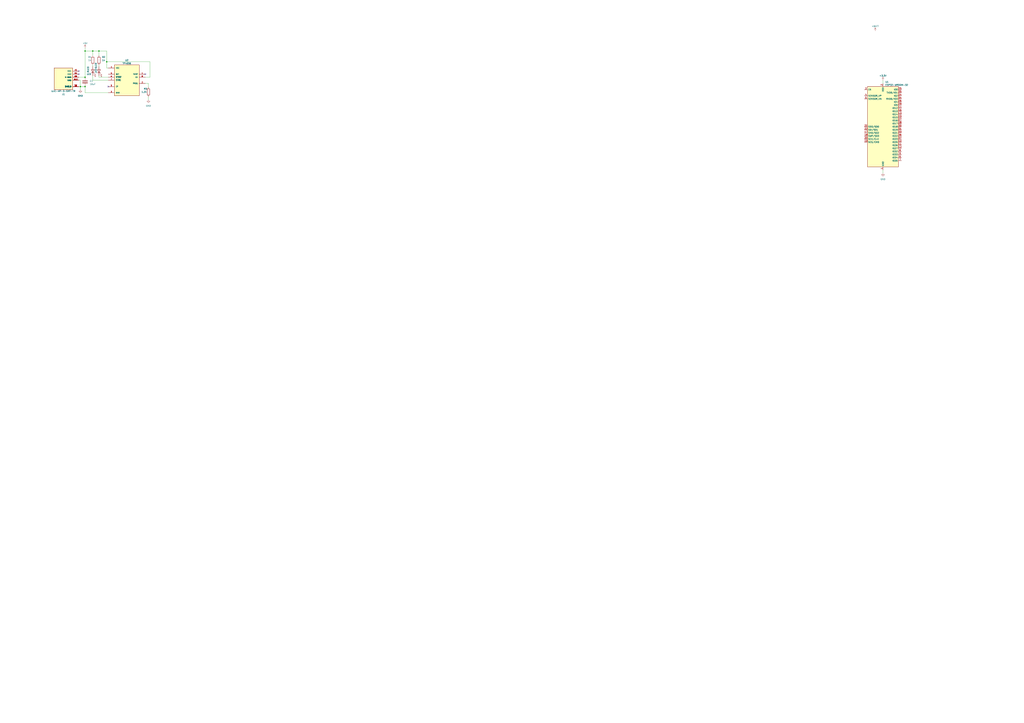
<source format=kicad_sch>
(kicad_sch (version 20230121) (generator eeschema)
  (paper "A1")
  (lib_symbols
    (symbol "Device:C" (pin_numbers hide) (pin_names (offset 0.254))
      (property "Reference" "C" (at 0.635 2.54 0))
      (property "Value" "C" (at 0.635 -2.54 0))
      (symbol "C_0_1"
        (polyline (pts (xy -2.032 -0.762) (xy 2.032 -0.762)) (stroke (width 0.508)))
        (polyline (pts (xy -2.032 0.762) (xy 2.032 0.762)) (stroke (width 0.508)))
      )
      (symbol "C_1_1"
        (pin passive line (at 0 3.81 270) (length 2.794) (name "~") (number "1"))
        (pin passive line (at 0 -3.81 90) (length 2.794) (name "~") (number "2"))
      )
    )
    (symbol "Device:LED" (pin_numbers hide) (pin_names (offset 1.016) hide)
      (property "Reference" "D" (at 0 2.54 0))
      (property "Value" "LED" (at 0 -2.54 0))
      (symbol "LED_0_1"
        (polyline (pts (xy -1.27 -1.27) (xy -1.27 1.27)) (stroke (width 0.254)))
        (polyline (pts (xy -1.27 0) (xy 1.27 0)))
        (polyline (pts (xy 1.27 -1.27) (xy 1.27 1.27) (xy -1.27 0) (xy 1.27 -1.27)) (stroke (width 0.254)))
        (polyline (pts (xy -3.048 -0.762) (xy -4.572 -2.286) (xy -3.81 -2.286) (xy -4.572 -2.286) (xy -4.572 -1.524)))
        (polyline (pts (xy -1.778 -0.762) (xy -3.302 -2.286) (xy -2.54 -2.286) (xy -3.302 -2.286) (xy -3.302 -1.524)))
      )
      (symbol "LED_1_1"
        (pin passive line (at -3.81 0 0) (length 2.54) (name "K") (number "1"))
        (pin passive line (at 3.81 0 180) (length 2.54) (name "A") (number "2"))
      )
    )
    (symbol "Device:R" (pin_numbers hide) (pin_names (offset 0))
      (property "Reference" "R" (at 2.032 0 90))
      (property "Value" "R" (at 0 0 90))
      (symbol "R_0_1"
        (rectangle (start -1.016 -2.54) (end 1.016 2.54) (stroke (width 0.254)))
      )
      (symbol "R_1_1"
        (pin passive line (at 0 3.81 270) (length 1.27) (name "~") (number "1"))
        (pin passive line (at 0 -3.81 90) (length 1.27) (name "~") (number "2"))
      )
    )
    (symbol "RF_Module:ESP32-WROOM-32"
      (property "Reference" "U" (at -12.7 34.29 0))
      (property "Value" "ESP32-WROOM-32" (at 1.27 34.29 0))
      (symbol "ESP32-WROOM-32_0_1"
        (rectangle (start -12.7 33.02) (end 12.7 -33.02) (stroke (width 0.254)) (fill (type background)))
      )
      (symbol "ESP32-WROOM-32_1_1"
        (pin power_in line (at 0 -35.56 90) (length 2.54) (name "GND") (number "1"))
        (pin bidirectional line (at 15.24 -12.7 180) (length 2.54) (name "IO25") (number "10"))
        (pin bidirectional line (at 15.24 -15.24 180) (length 2.54) (name "IO26") (number "11"))
        (pin bidirectional line (at 15.24 -17.78 180) (length 2.54) (name "IO27") (number "12"))
        (pin bidirectional line (at 15.24 10.16 180) (length 2.54) (name "IO14") (number "13"))
        (pin bidirectional line (at 15.24 15.24 180) (length 2.54) (name "IO12") (number "14"))
        (pin passive line (at 0 -35.56 90) (length 2.54) hide (name "GND") (number "15"))
        (pin bidirectional line (at 15.24 12.7 180) (length 2.54) (name "IO13") (number "16"))
        (pin bidirectional line (at -15.24 -5.08 0) (length 2.54) (name "SHD/SD2") (number "17"))
        (pin bidirectional line (at -15.24 -7.62 0) (length 2.54) (name "SWP/SD3") (number "18"))
        (pin bidirectional line (at -15.24 -12.7 0) (length 2.54) (name "SCS/CMD") (number "19"))
        (pin power_in line (at 0 35.56 270) (length 2.54) (name "VDD") (number "2"))
        (pin bidirectional line (at -15.24 -10.16 0) (length 2.54) (name "SCK/CLK") (number "20"))
        (pin bidirectional line (at -15.24 0 0) (length 2.54) (name "SDO/SD0") (number "21"))
        (pin bidirectional line (at -15.24 -2.54 0) (length 2.54) (name "SDI/SD1") (number "22"))
        (pin bidirectional line (at 15.24 7.62 180) (length 2.54) (name "IO15") (number "23"))
        (pin bidirectional line (at 15.24 25.4 180) (length 2.54) (name "IO2") (number "24"))
        (pin bidirectional line (at 15.24 30.48 180) (length 2.54) (name "IO0") (number "25"))
        (pin bidirectional line (at 15.24 20.32 180) (length 2.54) (name "IO4") (number "26"))
        (pin bidirectional line (at 15.24 5.08 180) (length 2.54) (name "IO16") (number "27"))
        (pin bidirectional line (at 15.24 2.54 180) (length 2.54) (name "IO17") (number "28"))
        (pin bidirectional line (at 15.24 17.78 180) (length 2.54) (name "IO5") (number "29"))
        (pin input line (at -15.24 30.48 0) (length 2.54) (name "EN") (number "3"))
        (pin bidirectional line (at 15.24 0 180) (length 2.54) (name "IO18") (number "30"))
        (pin bidirectional line (at 15.24 -2.54 180) (length 2.54) (name "IO19") (number "31"))
        (pin no_connect line (at -12.7 -27.94 0) (length 2.54) hide (name "NC") (number "32"))
        (pin bidirectional line (at 15.24 -5.08 180) (length 2.54) (name "IO21") (number "33"))
        (pin bidirectional line (at 15.24 22.86 180) (length 2.54) (name "RXD0/IO3") (number "34"))
        (pin bidirectional line (at 15.24 27.94 180) (length 2.54) (name "TXD0/IO1") (number "35"))
        (pin bidirectional line (at 15.24 -7.62 180) (length 2.54) (name "IO22") (number "36"))
        (pin bidirectional line (at 15.24 -10.16 180) (length 2.54) (name "IO23") (number "37"))
        (pin passive line (at 0 -35.56 90) (length 2.54) hide (name "GND") (number "38"))
        (pin passive line (at 0 -35.56 90) (length 2.54) hide (name "GND") (number "39"))
        (pin input line (at -15.24 25.4 0) (length 2.54) (name "SENSOR_VP") (number "4"))
        (pin input line (at -15.24 22.86 0) (length 2.54) (name "SENSOR_VN") (number "5"))
        (pin input line (at 15.24 -25.4 180) (length 2.54) (name "IO34") (number "6"))
        (pin input line (at 15.24 -27.94 180) (length 2.54) (name "IO35") (number "7"))
        (pin bidirectional line (at 15.24 -20.32 180) (length 2.54) (name "IO32") (number "8"))
        (pin bidirectional line (at 15.24 -22.86 180) (length 2.54) (name "IO33") (number "9"))
      )
    )
    (symbol "TP4056:TP4056" (pin_names (offset 1.016))
      (property "Reference" "U" (at -10.16 13.208 0))
      (property "Value" "TP4056" (at -10.16 -15.24 0))
      (symbol "TP4056_0_0"
        (rectangle (start -10.16 -12.7) (end 10.16 12.7) (stroke (width 0.254)) (fill (type background)))
        (pin input line (at -15.24 5.08 0) (length 5.08) (name "TEMP") (number "1"))
        (pin bidirectional line (at -15.24 -2.54 0) (length 5.08) (name "PROG") (number "2"))
        (pin power_in line (at 15.24 -10.16 180) (length 5.08) (name "GND") (number "3"))
        (pin power_in line (at 15.24 10.16 180) (length 5.08) (name "VCC") (number "4"))
        (pin output line (at 15.24 5.08 180) (length 5.08) (name "BAT") (number "5"))
        (pin output line (at 15.24 2.54 180) (length 5.08) (name "~{STDBY}") (number "6"))
        (pin output line (at 15.24 0 180) (length 5.08) (name "~{CHRG}") (number "7"))
        (pin input line (at -15.24 2.54 0) (length 5.08) (name "CE") (number "8"))
        (pin passive line (at 15.24 -5.08 180) (length 5.08) (name "EP") (number "9"))
      )
    )
    (symbol "UJC-HP-3-SMT-TR:UJC-HP-3-SMT-TR" (pin_names (offset 1.016))
      (property "Reference" "J" (at -7.62 8.89 0))
      (property "Value" "UJC-HP-3-SMT-TR" (at -7.62 -11.43 0))
      (symbol "UJC-HP-3-SMT-TR_0_0"
        (rectangle (start -7.62 -10.16) (end 7.62 7.62) (stroke (width 0.254)) (fill (type background)))
        (pin power_in line (at -12.7 -2.54 0) (length 5.08) (name "GND") (number "A12"))
        (pin bidirectional line (at -12.7 5.08 0) (length 5.08) (name "CC1") (number "A5"))
        (pin power_in line (at -12.7 0 0) (length 5.08) (name "V-BUS") (number "A9"))
        (pin power_in line (at -12.7 -2.54 0) (length 5.08) (name "GND") (number "B12"))
        (pin bidirectional line (at -12.7 2.54 0) (length 5.08) (name "CC2") (number "B5"))
        (pin power_in line (at -12.7 0 0) (length 5.08) (name "V-BUS") (number "B9"))
        (pin passive line (at -12.7 -7.62 0) (length 5.08) (name "SHIELD") (number "S1"))
        (pin passive line (at -12.7 -7.62 0) (length 5.08) (name "SHIELD") (number "S2"))
        (pin passive line (at -12.7 -7.62 0) (length 5.08) (name "SHIELD") (number "S3"))
        (pin passive line (at -12.7 -7.62 0) (length 5.08) (name "SHIELD") (number "S4"))
      )
    )
    (symbol "power:+3.3V" (power) (pin_names (offset 0))
      (property "Value" "+3.3V" (at 0 3.556 0))
      (symbol "+3.3V_0_1"
        (polyline (pts (xy -0.762 1.27) (xy 0 2.54)))
        (polyline (pts (xy 0 0) (xy 0 2.54)))
        (polyline (pts (xy 0 2.54) (xy 0.762 1.27)))
      )
      (symbol "+3.3V_1_1"
        (pin power_in line (at 0 0 90) (length 0) hide (name "+3.3V") (number "1"))
      )
    )
    (symbol "power:+5V" (power) (pin_names (offset 0))
      (property "Value" "+5V" (at 0 3.556 0))
      (symbol "+5V_0_1"
        (polyline (pts (xy -0.762 1.27) (xy 0 2.54)))
        (polyline (pts (xy 0 0) (xy 0 2.54)))
        (polyline (pts (xy 0 2.54) (xy 0.762 1.27)))
      )
      (symbol "+5V_1_1"
        (pin power_in line (at 0 0 90) (length 0) hide (name "+5V") (number "1"))
      )
    )
    (symbol "power:+BATT" (power) (pin_names (offset 0))
      (property "Value" "+BATT" (at 0 3.556 0))
      (symbol "+BATT_0_1"
        (polyline (pts (xy -0.762 1.27) (xy 0 2.54)))
        (polyline (pts (xy 0 0) (xy 0 2.54)))
        (polyline (pts (xy 0 2.54) (xy 0.762 1.27)))
      )
      (symbol "+BATT_1_1"
        (pin power_in line (at 0 0 90) (length 0) hide (name "+BATT") (number "1"))
      )
    )
    (symbol "power:GND" (power) (pin_names (offset 0))
      (property "Value" "GND" (at 0 -3.81 0))
      (symbol "GND_0_1"
        (polyline (pts (xy 0 0) (xy 0 -1.27) (xy 1.27 -1.27) (xy 0 -2.54) (xy -1.27 -1.27) (xy 0 -1.27)))
      )
      (symbol "GND_1_1"
        (pin power_in line (at 0 0 270) (length 0) hide (name "GND") (number "1"))
      )
    )
  )
  (junction (at 69.85 71.12))
  (junction (at 76.2 41.91))
  (junction (at 69.85 63.5))
  (junction (at 87.63 50.8))
  (junction (at 81.28 41.91))
  (junction (at 66.04 71.12))
  (junction (at 69.85 41.91))
  (no_connect (at 88.9 71.12))
  (no_connect (at 64.77 58.42))
  (no_connect (at 119.38 60.96))
  (no_connect (at 64.77 60.96))
  (wire (pts (xy 64.77 63.5) (xy 69.85 63.5)))
  (wire (pts (xy 69.85 71.12) (xy 69.85 76.2)))
  (wire (pts (xy 81.28 41.91) (xy 81.28 45.72)))
  (wire (pts (xy 64.77 66.04) (xy 66.04 66.04)))
  (wire (pts (xy 76.2 62.23) (xy 76.2 66.04)))
  (wire (pts (xy 66.04 66.04) (xy 66.04 71.12)))
  (wire (pts (xy 66.04 71.12) (xy 69.85 71.12)))
  (wire (pts (xy 69.85 41.91) (xy 69.85 63.5)))
  (wire (pts (xy 81.28 63.5) (xy 88.9 63.5)))
  (wire (pts (xy 725.17 139.7) (xy 725.17 142.24)))
  (wire (pts (xy 87.63 50.8) (xy 123.19 50.8)))
  (wire (pts (xy 66.04 73.66) (xy 66.04 71.12)))
  (wire (pts (xy 76.2 41.91) (xy 69.85 41.91)))
  (wire (pts (xy 87.63 55.88) (xy 87.63 50.8)))
  (wire (pts (xy 121.92 68.58) (xy 121.92 71.755)))
  (wire (pts (xy 87.63 41.91) (xy 87.63 50.8)))
  (wire (pts (xy 725.17 66.04) (xy 725.17 68.58)))
  (wire (pts (xy 76.2 41.91) (xy 81.28 41.91)))
  (wire (pts (xy 76.2 66.04) (xy 88.9 66.04)))
  (wire (pts (xy 123.19 50.8) (xy 123.19 63.5)))
  (wire (pts (xy 69.85 76.2) (xy 88.9 76.2)))
  (wire (pts (xy 123.19 63.5) (xy 119.38 63.5)))
  (wire (pts (xy 81.28 53.34) (xy 81.28 54.61)))
  (wire (pts (xy 121.92 79.375) (xy 121.92 81.915)))
  (wire (pts (xy 69.85 39.37) (xy 69.85 41.91)))
  (wire (pts (xy 119.38 68.58) (xy 121.92 68.58)))
  (wire (pts (xy 81.28 62.23) (xy 81.28 63.5)))
  (wire (pts (xy 81.28 41.91) (xy 87.63 41.91)))
  (wire (pts (xy 66.04 71.12) (xy 64.77 71.12)))
  (wire (pts (xy 76.2 53.34) (xy 76.2 54.61)))
  (wire (pts (xy 87.63 55.88) (xy 88.9 55.88)))
  (wire (pts (xy 76.2 45.72) (xy 76.2 41.91)))
  (symbol (lib_id "Device:R") (at 81.28 49.53 0) (unit 1)
    (property "Reference" "R2" (at 83.82 46.99 0) (effects (justify left)))
    (property "Value" "1k" (at 83.82 49.53 0) (effects (justify left)))
  )
  (symbol (lib_id "Device:LED") (at 81.28 58.42 90) (unit 1)
    (property "Reference" "GLED" (at 78.74 51.435 0) (effects (justify right)))
    (property "Value" "LED" (at 78.74 56.515 0) (effects (justify right)))
  )
  (symbol (lib_id "power:GND") (at 66.04 73.66 0) (unit 1)
    (property "Reference" "#PWR05" (effects hide))
    (property "Value" "GND" (at 66.04 78.74 0))
  )
  (symbol (lib_id "power:+3.3V") (at 725.17 66.04 0) (unit 1)
    (property "Reference" "#PWR01" (effects hide))
    (property "Value" "+3.3V" (at 725.17 62.23 0))
  )
  (symbol (lib_id "Device:C") (at 69.85 67.31 0) (unit 1)
    (property "Reference" "C1" (at 73.66 66.675 0) (effects (justify left)))
    (property "Value" "10uF" (at 73.66 69.215 0) (effects (justify left)))
  )
  (symbol (lib_id "power:+5V") (at 69.85 39.37 0) (unit 1)
    (property "Reference" "#PWR03" (effects hide))
    (property "Value" "+5V" (at 69.85 35.56 0))
  )
  (symbol (lib_id "Device:R") (at 121.92 75.565 0) (unit 1)
    (property "Reference" "R3" (at 118.11 73.025 0) (effects (justify left)))
    (property "Value" "1.2k" (at 116.205 75.565 0) (effects (justify left)))
  )
  (symbol (lib_id "RF_Module:ESP32-WROOM-32") (at 725.17 104.14 0) (unit 1)
    (property "Reference" "U1" (at 727.1259 67.31 0) (effects (justify left)))
    (property "Value" "ESP32-WROOM-32" (at 727.1259 69.85 0) (effects (justify left)))
    (property "Footprint" "RF_Module:ESP32-WROOM-32" (effects hide))
    (property "Datasheet" "https://www.espressif.com/sites/default/files/documentation/esp32-wroom-32_datasheet_en.pdf" (effects hide))
  )
  (symbol (lib_id "power:GND") (at 725.17 142.24 0) (unit 1)
    (property "Reference" "#PWR02" (effects hide))
    (property "Value" "GND" (at 725.17 147.32 0))
  )
  (symbol (lib_id "TP4056:TP4056") (at 104.14 66.04 0) (mirror y) (unit 1)
    (property "Reference" "U2" (at 104.14 49.53 0))
    (property "Value" "TP4056" (at 104.14 52.07 0))
    (property "Footprint" "TP4056:SOP127P600X175-9N" (effects hide))
    (property "MF" "NanJing Top Power ASIC Corp." (effects hide))
    (property "MAXIMUM_PACKAGE_HEIGHT" "1.75mm" (effects hide))
    (property "Package" "Package" (effects hide))
    (property "Price" "None" (effects hide))
    (property "Check_prices" "https://www.snapeda.com/parts/TP4056/NanJing+Top+Power+ASIC+Corp./view-part/?ref=eda" (effects hide))
    (property "STANDARD" "IPC 7351B" (effects hide))
    (property "SnapEDA_Link" "https://www.snapeda.com/parts/TP4056/NanJing+Top+Power+ASIC+Corp./view-part/?ref=snap" (effects hide))
    (property "MP" "TP4056" (effects hide))
    (property "Description" "\nComplete single cell Li-Ion battery with a constant current / constant voltage linear charger\n" (effects hide))
    (property "Availability" "Not in stock" (effects hide))
    (property "MANUFACTURER" "NanJing Top Power ASIC Corp." (effects hide))
  )
  (symbol (lib_id "power:+BATT") (at 718.82 25.4 0) (unit 1)
    (property "Reference" "#PWR04" (effects hide))
    (property "Value" "+BATT" (at 718.82 21.59 0))
  )
  (symbol (lib_id "Device:R") (at 76.2 49.53 0) (unit 1)
    (property "Reference" "R1" (at 72.39 46.99 0) (effects (justify left)))
    (property "Value" "1k" (at 72.39 49.53 0) (effects (justify left)))
  )
  (symbol (lib_id "UJC-HP-3-SMT-TR:UJC-HP-3-SMT-TR") (at 52.07 63.5 0) (mirror y) (unit 1)
    (property "Reference" "J1" (at 52.07 77.47 0))
    (property "Value" "UJC-HP-3-SMT-TR" (at 52.07 74.93 0))
    (property "Footprint" "UJC-HP-3-SMT-TR:CUI_UJC-HP-3-SMT-TR" (effects hide))
    (property "MF" "CUI Devices" (effects hide))
    (property "MAXIMUM_PACKAGE_HEIGHT" "3.16mm" (effects hide))
    (property "Package" "Package" (effects hide))
    (property "Price" "None" (effects hide))
    (property "Check_prices" "https://www.snapeda.com/parts/UJC-HP-3-SMT-TR/CUI+Devices/view-part/?ref=eda" (effects hide))
    (property "STANDARD" "Manufacturer recommendations" (effects hide))
    (property "PARTREV" "04/30/2020" (effects hide))
    (property "SnapEDA_Link" "https://www.snapeda.com/parts/UJC-HP-3-SMT-TR/CUI+Devices/view-part/?ref=snap" (effects hide))
    (property "MP" "UJC-HP-3-SMT-TR" (effects hide))
    (property "Purchase-URL" "https://www.snapeda.com/api/url_track_click_mouser/?unipart_id=4722774&manufacturer=CUI Devices&part_name=UJC-HP-3-SMT-TR&search_term=type c" (effects hide))
    (property "Description" "Type C, 20 Vdc, 3 A, Right Angle, Surface Mount, Black Insulator, Power-Only USB Receptacle" (effects hide))
    (property "CUI_purchase_URL" "https://www.cuidevices.com/product/interconnect/connectors/usb-connectors/ujc-hp-3-smt-tr?utm_source=snapeda.com&utm_medium=referral&utm_campaign=snapedaBOM" (effects hide))
    (property "Availability" "In Stock" (effects hide))
    (property "MANUFACTURER" "CUI Devices" (effects hide))
  )
  (symbol (lib_id "power:GND") (at 121.92 81.915 0) (unit 1)
    (property "Reference" "#PWR06" (effects hide))
    (property "Value" "GND" (at 121.92 86.995 0))
  )
  (symbol (lib_id "Device:LED") (at 76.2 58.42 90) (unit 1)
    (property "Reference" "RLED" (at 72.39 54.61 0) (effects (justify right)))
    (property "Value" "LED" (at 71.12 60.96 90) (effects (justify right)))
  )
)
</source>
